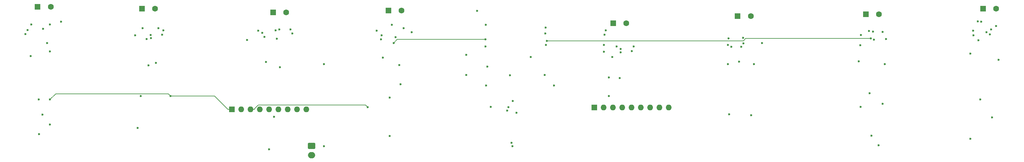
<source format=gbr>
%TF.GenerationSoftware,KiCad,Pcbnew,8.0.8*%
%TF.CreationDate,2025-05-04T20:59:54-05:00*%
%TF.ProjectId,Feedback_sleeve,46656564-6261-4636-9b5f-736c65657665,rev?*%
%TF.SameCoordinates,Original*%
%TF.FileFunction,Copper,L19,Inr*%
%TF.FilePolarity,Positive*%
%FSLAX46Y46*%
G04 Gerber Fmt 4.6, Leading zero omitted, Abs format (unit mm)*
G04 Created by KiCad (PCBNEW 8.0.8) date 2025-05-04 20:59:54*
%MOMM*%
%LPD*%
G01*
G04 APERTURE LIST*
G04 Aperture macros list*
%AMRoundRect*
0 Rectangle with rounded corners*
0 $1 Rounding radius*
0 $2 $3 $4 $5 $6 $7 $8 $9 X,Y pos of 4 corners*
0 Add a 4 corners polygon primitive as box body*
4,1,4,$2,$3,$4,$5,$6,$7,$8,$9,$2,$3,0*
0 Add four circle primitives for the rounded corners*
1,1,$1+$1,$2,$3*
1,1,$1+$1,$4,$5*
1,1,$1+$1,$6,$7*
1,1,$1+$1,$8,$9*
0 Add four rect primitives between the rounded corners*
20,1,$1+$1,$2,$3,$4,$5,0*
20,1,$1+$1,$4,$5,$6,$7,0*
20,1,$1+$1,$6,$7,$8,$9,0*
20,1,$1+$1,$8,$9,$2,$3,0*%
G04 Aperture macros list end*
%TA.AperFunction,ComponentPad*%
%ADD10RoundRect,0.250000X-0.550000X-0.550000X0.550000X-0.550000X0.550000X0.550000X-0.550000X0.550000X0*%
%TD*%
%TA.AperFunction,ComponentPad*%
%ADD11C,1.600000*%
%TD*%
%TA.AperFunction,ComponentPad*%
%ADD12R,1.600000X1.600000*%
%TD*%
%TA.AperFunction,ComponentPad*%
%ADD13O,1.600000X1.600000*%
%TD*%
%TA.AperFunction,ComponentPad*%
%ADD14RoundRect,0.250000X-0.750000X0.600000X-0.750000X-0.600000X0.750000X-0.600000X0.750000X0.600000X0*%
%TD*%
%TA.AperFunction,ComponentPad*%
%ADD15O,2.000000X1.700000*%
%TD*%
%TA.AperFunction,ViaPad*%
%ADD16C,0.600000*%
%TD*%
%TA.AperFunction,Conductor*%
%ADD17C,0.200000*%
%TD*%
G04 APERTURE END LIST*
D10*
%TO.N,Net-(J7-Pin_1)*%
%TO.C,J7*%
X242900000Y-17500000D03*
D11*
%TO.N,Net-(J7-Pin_2)*%
X246500000Y-17500000D03*
%TD*%
D10*
%TO.N,Net-(J8-Pin_1)*%
%TO.C,J8*%
X274900000Y-16000000D03*
D11*
%TO.N,Net-(J8-Pin_2)*%
X278500000Y-16000000D03*
%TD*%
D10*
%TO.N,Net-(J2-Pin_1)*%
%TO.C,J2*%
X45200000Y-16000000D03*
D11*
%TO.N,Net-(J2-Pin_2)*%
X48800000Y-16000000D03*
%TD*%
D10*
%TO.N,Net-(J6-Pin_1)*%
%TO.C,J6*%
X207900000Y-18000000D03*
D11*
%TO.N,Net-(J6-Pin_2)*%
X211500000Y-18000000D03*
%TD*%
D10*
%TO.N,Net-(J3-Pin_1)*%
%TO.C,J3*%
X81000000Y-17000000D03*
D11*
%TO.N,Net-(J3-Pin_2)*%
X84600000Y-17000000D03*
%TD*%
D12*
%TO.N,Net-(RN1-common)*%
%TO.C,RN2*%
X69760000Y-43500000D03*
D13*
%TO.N,Net-(RN2-R1)*%
X72300000Y-43500000D03*
%TO.N,Net-(RN2-R2)*%
X74840000Y-43500000D03*
%TO.N,Net-(RN2-R3)*%
X77380000Y-43500000D03*
%TO.N,Net-(RN2-R4)*%
X79920000Y-43500000D03*
%TO.N,Net-(RN2-R5)*%
X82460000Y-43500000D03*
%TO.N,Net-(RN2-R6)*%
X85000000Y-43500000D03*
%TO.N,Net-(RN2-R7)*%
X87540000Y-43500000D03*
%TO.N,Net-(RN2-R8)*%
X90080000Y-43500000D03*
%TD*%
D14*
%TO.N,Net-(J9-Pin_1)*%
%TO.C,J9*%
X91500000Y-53500000D03*
D15*
%TO.N,Net-(J9-Pin_2)*%
X91500000Y-56000000D03*
%TD*%
D10*
%TO.N,Net-(J4-Pin_1)*%
%TO.C,J4*%
X112500000Y-16500000D03*
D11*
%TO.N,Net-(J4-Pin_2)*%
X116100000Y-16500000D03*
%TD*%
D12*
%TO.N,Net-(RN1-common)*%
%TO.C,RN1*%
X168760000Y-43000000D03*
D13*
%TO.N,Net-(RN1-R1)*%
X171300000Y-43000000D03*
%TO.N,Net-(RN1-R2)*%
X173840000Y-43000000D03*
%TO.N,Net-(RN1-R3)*%
X176380000Y-43000000D03*
%TO.N,Net-(RN1-R4)*%
X178920000Y-43000000D03*
%TO.N,Net-(RN1-R5)*%
X181460000Y-43000000D03*
%TO.N,Net-(RN1-R6)*%
X184000000Y-43000000D03*
%TO.N,Net-(RN1-R7)*%
X186540000Y-43000000D03*
%TO.N,Net-(RN1-R8)*%
X189080000Y-43000000D03*
%TD*%
D10*
%TO.N,Net-(J1-Pin_1)*%
%TO.C,J1*%
X16700000Y-15500000D03*
D11*
%TO.N,Net-(J1-Pin_2)*%
X20300000Y-15500000D03*
%TD*%
D10*
%TO.N,Net-(J5-Pin_1)*%
%TO.C,J5*%
X173900000Y-20000000D03*
D11*
%TO.N,Net-(J5-Pin_2)*%
X177500000Y-20000000D03*
%TD*%
D16*
%TO.N,Net-(U1-GND)*%
X17095500Y-50321100D03*
X171377100Y-27752000D03*
X205594700Y-44905300D03*
X14834800Y-28967500D03*
X179017600Y-27617400D03*
X47589500Y-23225400D03*
X110467800Y-24348000D03*
X172682700Y-34819700D03*
X112842700Y-40329300D03*
X208245400Y-30467500D03*
X50728400Y-23100000D03*
X209432800Y-25440000D03*
X272252400Y-23280900D03*
X171566300Y-23086900D03*
X79067000Y-30518700D03*
X46961400Y-31470500D03*
X244401700Y-50745200D03*
X243947400Y-39076400D03*
X44866000Y-39904100D03*
X17001400Y-40829300D03*
X240951400Y-30411500D03*
X274157400Y-40829300D03*
X78663200Y-23693200D03*
X271418700Y-28282100D03*
X110979400Y-29408200D03*
X155457500Y-21133100D03*
X13395100Y-22941500D03*
X214570700Y-25376200D03*
X245123800Y-24500000D03*
%TO.N,Net-(U2-REG)*%
X274410700Y-19564400D03*
X279125700Y-29974700D03*
%TO.N,Net-(U4-REG)*%
X175674700Y-34923400D03*
%TO.N,Net-(U5-REG)*%
X113469400Y-20366500D03*
X115453800Y-31382200D03*
%TO.N,Net-(U10-REG)*%
X45411400Y-21344600D03*
X49065500Y-30811900D03*
%TO.N,Net-(U6-REG)*%
X15016300Y-20335300D03*
X20090700Y-47685200D03*
%TO.N,Net-(U9-REG)*%
X76938700Y-22008700D03*
X82922700Y-31970500D03*
%TO.N,Net-(U7-REG)*%
X243781600Y-22118400D03*
X246384400Y-53336900D03*
%TO.N,Net-(J1-Pin_1)*%
X19292700Y-25376200D03*
%TO.N,Net-(J1-Pin_2)*%
X23082700Y-19564400D03*
%TO.N,Net-(J2-Pin_2)*%
X51017600Y-21908700D03*
%TO.N,Net-(J2-Pin_1)*%
X47668900Y-24070700D03*
%TO.N,Net-(J3-Pin_2)*%
X85786700Y-21656900D03*
%TO.N,Net-(J3-Pin_1)*%
X86280400Y-22742700D03*
%TO.N,Net-(J4-Pin_1)*%
X114461700Y-23761600D03*
%TO.N,Net-(J4-Pin_2)*%
X118886400Y-22470300D03*
%TO.N,Net-(J5-Pin_2)*%
X179457200Y-26300300D03*
%TO.N,Net-(J5-Pin_1)*%
X175926200Y-27900000D03*
%TO.N,Net-(J6-Pin_1)*%
X208896100Y-26420700D03*
%TO.N,Net-(J7-Pin_1)*%
X248395400Y-24250000D03*
%TO.N,Net-(J7-Pin_2)*%
X244868400Y-22227600D03*
%TO.N,Net-(J8-Pin_1)*%
X276779600Y-23010400D03*
%TO.N,Net-(J8-Pin_2)*%
X277122500Y-21666800D03*
%TO.N,Net-(J9-Pin_1)*%
X145754700Y-34211000D03*
X94890700Y-31188000D03*
%TO.N,Net-(U1-PC01_A1_D1)*%
X173685700Y-29242000D03*
X171845900Y-21950500D03*
X139125100Y-20375000D03*
%TO.N,Net-(U1-PC05_A5_D5_SCL)*%
X139557100Y-31818900D03*
%TO.N,Net-(U1-PA03_A8_D8_SCK)*%
X82011000Y-24176200D03*
%TO.N,Net-(U1-PC00_A0_D0)*%
X273512700Y-19481600D03*
X273612700Y-24641500D03*
X136778700Y-16617400D03*
%TO.N,Net-(U1-PC06_A6_D6_TX)*%
X133786700Y-34093900D03*
X205249400Y-31188000D03*
X206170900Y-26416600D03*
%TO.N,Net-(U1-PC02_A2_D2)*%
X139058900Y-24413400D03*
X113954100Y-25376200D03*
%TO.N,Net-(U1-PA04_A9_D9_MISO)*%
X46445800Y-24270700D03*
X151344000Y-29168400D03*
%TO.N,Net-(U1-PC04_A4_D4_SDA)*%
X133786700Y-28647700D03*
%TO.N,Net-(U1-PC07_A7_D7_RX)*%
X155190200Y-34138800D03*
%TO.N,Net-(U1-PC03_A3_D3)*%
X139058900Y-26342800D03*
X241421900Y-25985700D03*
%TO.N,Net-(RN1-common)*%
X139214400Y-36999800D03*
X247484100Y-22339600D03*
X157739200Y-36999800D03*
X20092300Y-40829300D03*
X20090700Y-27682400D03*
X116668800Y-21334700D03*
X53002700Y-39905700D03*
X115830300Y-36619000D03*
X82695300Y-21708700D03*
X278429300Y-20774000D03*
X20090700Y-20330100D03*
X248039400Y-31188000D03*
X247482700Y-41982700D03*
X212337400Y-31188000D03*
X211578700Y-45078700D03*
X175924200Y-26989200D03*
X49716200Y-21330200D03*
X155381200Y-22754500D03*
X209417200Y-23983900D03*
%TO.N,Net-(RN1-R6)*%
X81279700Y-45523400D03*
X81692800Y-21917300D03*
%TO.N,Net-(RN1-R7)*%
X205374400Y-24104900D03*
%TO.N,Net-(RN1-R2)*%
X18070000Y-44981300D03*
X18194400Y-21458700D03*
%TO.N,Net-(RN1-R8)*%
X205233400Y-25927500D03*
%TO.N,Net-(RN1-R5)*%
X78041100Y-22633100D03*
X79930700Y-54435200D03*
%TO.N,Net-(RN1-R3)*%
X43340400Y-23250000D03*
X44026700Y-48623400D03*
%TO.N,Net-(RN1-R1)*%
X13996600Y-21818200D03*
X145314800Y-42912200D03*
%TO.N,Net-(RN1-R4)*%
X144991400Y-43836400D03*
%TO.N,Net-(RN2-R5)*%
X277402700Y-45717500D03*
X275844500Y-22470700D03*
%TO.N,Net-(RN2-R6)*%
X146389300Y-53624600D03*
X272168000Y-21999100D03*
X94871000Y-53624600D03*
X271418700Y-51529300D03*
%TO.N,Net-(RN2-R7)*%
X155792100Y-24795800D03*
X147504600Y-44475500D03*
X244286900Y-24161600D03*
%TO.N,Net-(RN2-R4)*%
X146160000Y-52645400D03*
X171326500Y-25862500D03*
X155558000Y-25896600D03*
%TO.N,Net-(RN2-R8)*%
X241531400Y-23154400D03*
X241498700Y-42811600D03*
%TO.N,Net-(RN2-R2)*%
X140461900Y-42812200D03*
X106858700Y-42942100D03*
X110618800Y-23261600D03*
%TO.N,Net-(RN2-R3)*%
X172682700Y-39905700D03*
X174878000Y-26284700D03*
X146470800Y-41259900D03*
%TO.N,Net-(RN2-R1)*%
X73946700Y-24529200D03*
X112842700Y-50827800D03*
X109318900Y-22028000D03*
%TD*%
D17*
%TO.N,Net-(U1-PC02_A2_D2)*%
X139058900Y-24413400D02*
X114916900Y-24413400D01*
X114916900Y-24413400D02*
X113954100Y-25376200D01*
%TO.N,Net-(RN1-common)*%
X69760000Y-43500000D02*
X68658300Y-43500000D01*
X21639700Y-39281900D02*
X52378900Y-39281900D01*
X53002700Y-39905700D02*
X65064000Y-39905700D01*
X20092300Y-40829300D02*
X21639700Y-39281900D01*
X65064000Y-39905700D02*
X68658300Y-43500000D01*
X52378900Y-39281900D02*
X53002700Y-39905700D01*
%TO.N,Net-(RN2-R7)*%
X209465200Y-24795800D02*
X155792100Y-24795800D01*
X244286900Y-24161600D02*
X210099400Y-24161600D01*
X210099400Y-24161600D02*
X209465200Y-24795800D01*
%TO.N,Net-(RN2-R2)*%
X106282500Y-42365900D02*
X106858700Y-42942100D01*
X75941700Y-43362300D02*
X76938100Y-42365900D01*
X76938100Y-42365900D02*
X106282500Y-42365900D01*
X75941700Y-43500000D02*
X75941700Y-43362300D01*
X74840000Y-43500000D02*
X75941700Y-43500000D01*
%TD*%
M02*

</source>
